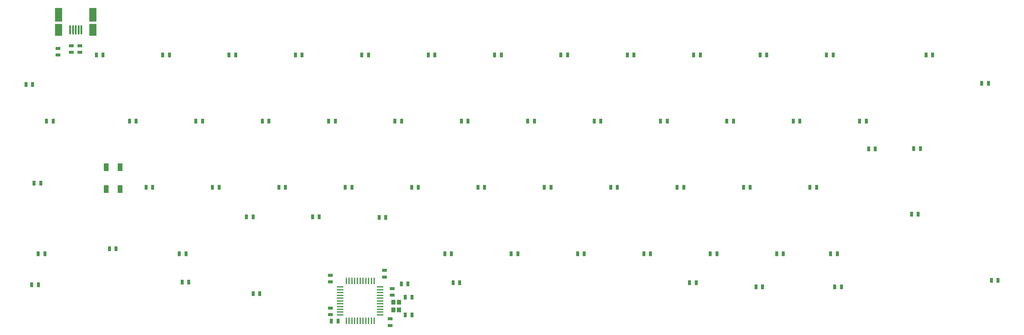
<source format=gbp>
G04 (created by PCBNEW (2012-oct-18)-testing) date Fri 26 Oct 2012 04:47:30 PM CEST*
%MOIN*%
G04 Gerber Fmt 3.4, Leading zero omitted, Abs format*
%FSLAX34Y34*%
G01*
G70*
G90*
G04 APERTURE LIST*
%ADD10C,3.93701e-06*%
%ADD11R,0.0453X0.0551*%
%ADD12R,0.0551X0.0906*%
%ADD13O,0.0748X0.016*%
%ADD14O,0.016X0.0748*%
%ADD15R,0.035X0.055*%
%ADD16R,0.055X0.035*%
%ADD17R,0.0807X0.1575*%
%ADD18R,0.0807X0.1378*%
%ADD19O,0.0197X0.1063*%
G04 APERTURE END LIST*
G54D10*
G54D11*
X42711Y-33208D03*
X42711Y-34074D03*
X43341Y-33208D03*
X43341Y-34074D03*
G54D12*
X10342Y-17973D03*
X11917Y-20453D03*
X10343Y-20453D03*
X11917Y-17973D03*
G54D13*
X36724Y-33067D03*
X36724Y-32752D03*
X36724Y-32437D03*
X36724Y-32122D03*
X36724Y-31807D03*
X36724Y-31492D03*
X36724Y-33382D03*
X36724Y-33697D03*
X36724Y-34012D03*
X36724Y-34327D03*
X36724Y-34642D03*
X41224Y-33067D03*
X41224Y-32752D03*
X41224Y-32437D03*
X41224Y-32122D03*
X41224Y-31807D03*
X41224Y-31492D03*
X41224Y-33382D03*
X41224Y-33697D03*
X41224Y-34012D03*
X41224Y-34327D03*
X41224Y-34642D03*
G54D14*
X38974Y-30817D03*
X38974Y-35317D03*
X39289Y-30817D03*
X39289Y-35317D03*
X39604Y-35317D03*
X39604Y-30817D03*
X39919Y-30817D03*
X39919Y-35317D03*
X40234Y-35317D03*
X40234Y-30817D03*
X40549Y-30817D03*
X40549Y-35317D03*
X38659Y-35317D03*
X38659Y-30817D03*
X38344Y-30817D03*
X38344Y-35317D03*
X38029Y-35317D03*
X38029Y-30817D03*
X37714Y-30817D03*
X37714Y-35317D03*
X37399Y-35317D03*
X37399Y-30817D03*
G54D15*
X44351Y-31141D03*
X43601Y-31141D03*
X36470Y-35360D03*
X35720Y-35360D03*
G54D16*
X41726Y-30366D03*
X41726Y-29616D03*
X7376Y-5016D03*
X7376Y-4266D03*
X6426Y-5016D03*
X6426Y-4266D03*
X42576Y-31666D03*
X42576Y-32416D03*
X42337Y-35835D03*
X42337Y-35085D03*
X35626Y-30166D03*
X35626Y-30916D03*
X35626Y-34616D03*
X35626Y-33866D03*
G54D15*
X44051Y-34641D03*
X44801Y-34641D03*
X44051Y-32641D03*
X44801Y-32641D03*
G54D17*
X8856Y-787D03*
X4978Y-787D03*
G54D18*
X4978Y-2461D03*
X8856Y-2461D03*
G54D19*
X6917Y-2461D03*
X6602Y-2461D03*
X6287Y-2461D03*
X7232Y-2461D03*
X7547Y-2461D03*
G54D15*
X69074Y-5299D03*
X69824Y-5299D03*
X65334Y-12779D03*
X66084Y-12779D03*
X67204Y-20259D03*
X67954Y-20259D03*
X35413Y-12779D03*
X36163Y-12779D03*
X59724Y-20259D03*
X60474Y-20259D03*
X57853Y-12779D03*
X58603Y-12779D03*
X61594Y-5299D03*
X62344Y-5299D03*
X54113Y-5299D03*
X54863Y-5299D03*
X50373Y-12779D03*
X51123Y-12779D03*
X52243Y-20259D03*
X52993Y-20259D03*
X37283Y-20259D03*
X38033Y-20259D03*
X1301Y-8641D03*
X2051Y-8641D03*
X46633Y-5299D03*
X47383Y-5299D03*
X31672Y-5299D03*
X32422Y-5299D03*
X26151Y-23591D03*
X26901Y-23591D03*
X29802Y-20259D03*
X30552Y-20259D03*
X27932Y-12779D03*
X28682Y-12779D03*
X24192Y-5299D03*
X24942Y-5299D03*
X41101Y-23641D03*
X41851Y-23641D03*
X44763Y-20259D03*
X45513Y-20259D03*
X42893Y-12779D03*
X43643Y-12779D03*
X39153Y-5299D03*
X39903Y-5299D03*
X18582Y-27740D03*
X19332Y-27740D03*
X10701Y-27191D03*
X11451Y-27191D03*
X22322Y-20259D03*
X23072Y-20259D03*
X20452Y-12779D03*
X21202Y-12779D03*
X14842Y-20259D03*
X15592Y-20259D03*
X12972Y-12779D03*
X13722Y-12779D03*
X2686Y-27740D03*
X3436Y-27740D03*
X3621Y-12779D03*
X4371Y-12779D03*
X16712Y-5299D03*
X17462Y-5299D03*
X9231Y-5299D03*
X9981Y-5299D03*
X2219Y-19792D03*
X2969Y-19792D03*
X49438Y-31012D03*
X50188Y-31012D03*
X26901Y-32241D03*
X27651Y-32241D03*
X18901Y-30941D03*
X19651Y-30941D03*
X1951Y-31241D03*
X2701Y-31241D03*
X55983Y-27740D03*
X56733Y-27740D03*
X48503Y-27740D03*
X49253Y-27740D03*
X33601Y-23591D03*
X34351Y-23591D03*
X84035Y-5299D03*
X84785Y-5299D03*
X91515Y-5299D03*
X92265Y-5299D03*
X102735Y-5299D03*
X103485Y-5299D03*
X87775Y-12779D03*
X88525Y-12779D03*
X95255Y-12779D03*
X96005Y-12779D03*
X109026Y-8516D03*
X109776Y-8516D03*
X82164Y-20259D03*
X82914Y-20259D03*
X89645Y-20259D03*
X90395Y-20259D03*
X96270Y-15910D03*
X97020Y-15910D03*
X101351Y-15891D03*
X102101Y-15891D03*
X76087Y-31012D03*
X76837Y-31012D03*
X83567Y-31480D03*
X84317Y-31480D03*
X92450Y-31480D03*
X93200Y-31480D03*
X110101Y-30741D03*
X110851Y-30741D03*
X101101Y-23291D03*
X101851Y-23291D03*
X91982Y-27740D03*
X92732Y-27740D03*
X85905Y-27740D03*
X86655Y-27740D03*
X78424Y-27740D03*
X79174Y-27740D03*
X70944Y-27740D03*
X71694Y-27740D03*
X63464Y-27740D03*
X64214Y-27740D03*
X80294Y-12779D03*
X81044Y-12779D03*
X76554Y-5299D03*
X77304Y-5299D03*
X72814Y-12779D03*
X73564Y-12779D03*
X74684Y-20259D03*
X75434Y-20259D03*
G54D16*
X4926Y-4566D03*
X4926Y-5316D03*
M02*

</source>
